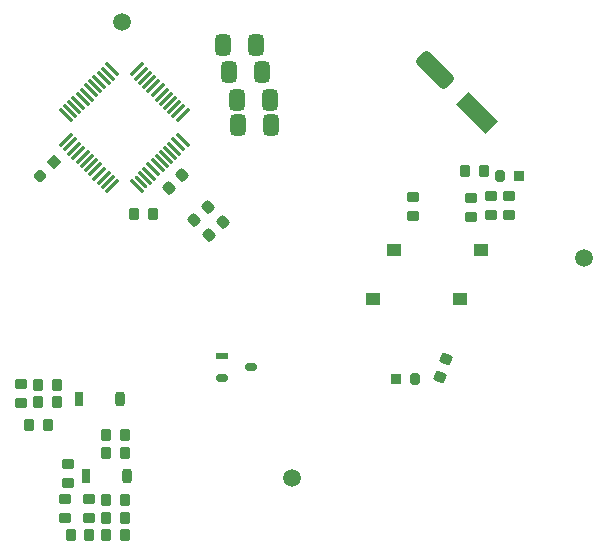
<source format=gtp>
G04*
G04 #@! TF.GenerationSoftware,Altium Limited,Altium Designer,23.4.1 (23)*
G04*
G04 Layer_Color=8421504*
%FSLAX44Y44*%
%MOMM*%
G71*
G04*
G04 #@! TF.SameCoordinates,94C9EC07-DBB0-4CC7-B746-D598ABB35CDF*
G04*
G04*
G04 #@! TF.FilePolarity,Positive*
G04*
G01*
G75*
G04:AMPARAMS|DCode=10|XSize=0.95mm|YSize=0.85mm|CornerRadius=0mm|HoleSize=0mm|Usage=FLASHONLY|Rotation=315.000|XOffset=0mm|YOffset=0mm|HoleType=Round|Shape=Rectangle|*
%AMROTATEDRECTD10*
4,1,4,-0.6364,0.0354,-0.0354,0.6364,0.6364,-0.0354,0.0354,-0.6364,-0.6364,0.0354,0.0*
%
%ADD10ROTATEDRECTD10*%

G04:AMPARAMS|DCode=11|XSize=0.95mm|YSize=0.85mm|CornerRadius=0.2125mm|HoleSize=0mm|Usage=FLASHONLY|Rotation=315.000|XOffset=0mm|YOffset=0mm|HoleType=Round|Shape=RoundedRectangle|*
%AMROUNDEDRECTD11*
21,1,0.9500,0.4250,0,0,315.0*
21,1,0.5250,0.8500,0,0,315.0*
1,1,0.4250,0.0354,-0.3359*
1,1,0.4250,-0.3359,0.0354*
1,1,0.4250,-0.0354,0.3359*
1,1,0.4250,0.3359,-0.0354*
%
%ADD11ROUNDEDRECTD11*%
G04:AMPARAMS|DCode=12|XSize=1mm|YSize=0.9mm|CornerRadius=0.225mm|HoleSize=0mm|Usage=FLASHONLY|Rotation=160.000|XOffset=0mm|YOffset=0mm|HoleType=Round|Shape=RoundedRectangle|*
%AMROUNDEDRECTD12*
21,1,1.0000,0.4500,0,0,160.0*
21,1,0.5500,0.9000,0,0,160.0*
1,1,0.4500,-0.1815,0.3055*
1,1,0.4500,0.3354,0.1174*
1,1,0.4500,0.1815,-0.3055*
1,1,0.4500,-0.3354,-0.1174*
%
%ADD12ROUNDEDRECTD12*%
%ADD13R,0.8500X0.9500*%
G04:AMPARAMS|DCode=14|XSize=0.95mm|YSize=0.85mm|CornerRadius=0.2125mm|HoleSize=0mm|Usage=FLASHONLY|Rotation=90.000|XOffset=0mm|YOffset=0mm|HoleType=Round|Shape=RoundedRectangle|*
%AMROUNDEDRECTD14*
21,1,0.9500,0.4250,0,0,90.0*
21,1,0.5250,0.8500,0,0,90.0*
1,1,0.4250,0.2125,0.2625*
1,1,0.4250,0.2125,-0.2625*
1,1,0.4250,-0.2125,-0.2625*
1,1,0.4250,-0.2125,0.2625*
%
%ADD14ROUNDEDRECTD14*%
%ADD15R,1.2000X1.0000*%
%ADD16R,0.8000X1.2000*%
G04:AMPARAMS|DCode=17|XSize=1.2mm|YSize=0.8mm|CornerRadius=0.2mm|HoleSize=0mm|Usage=FLASHONLY|Rotation=90.000|XOffset=0mm|YOffset=0mm|HoleType=Round|Shape=RoundedRectangle|*
%AMROUNDEDRECTD17*
21,1,1.2000,0.4000,0,0,90.0*
21,1,0.8000,0.8000,0,0,90.0*
1,1,0.4000,0.2000,0.4000*
1,1,0.4000,0.2000,-0.4000*
1,1,0.4000,-0.2000,-0.4000*
1,1,0.4000,-0.2000,0.4000*
%
%ADD17ROUNDEDRECTD17*%
G04:AMPARAMS|DCode=18|XSize=1.475mm|YSize=0.3mm|CornerRadius=0.075mm|HoleSize=0mm|Usage=FLASHONLY|Rotation=225.000|XOffset=0mm|YOffset=0mm|HoleType=Round|Shape=RoundedRectangle|*
%AMROUNDEDRECTD18*
21,1,1.4750,0.1500,0,0,225.0*
21,1,1.3250,0.3000,0,0,225.0*
1,1,0.1500,-0.5215,-0.4154*
1,1,0.1500,0.4154,0.5215*
1,1,0.1500,0.5215,0.4154*
1,1,0.1500,-0.4154,-0.5215*
%
%ADD18ROUNDEDRECTD18*%
G04:AMPARAMS|DCode=19|XSize=1.475mm|YSize=0.3mm|CornerRadius=0.075mm|HoleSize=0mm|Usage=FLASHONLY|Rotation=135.000|XOffset=0mm|YOffset=0mm|HoleType=Round|Shape=RoundedRectangle|*
%AMROUNDEDRECTD19*
21,1,1.4750,0.1500,0,0,135.0*
21,1,1.3250,0.3000,0,0,135.0*
1,1,0.1500,-0.4154,0.5215*
1,1,0.1500,0.5215,-0.4154*
1,1,0.1500,0.4154,-0.5215*
1,1,0.1500,-0.5215,0.4154*
%
%ADD19ROUNDEDRECTD19*%
G04:AMPARAMS|DCode=20|XSize=1.475mm|YSize=0.3mm|CornerRadius=0mm|HoleSize=0mm|Usage=FLASHONLY|Rotation=135.000|XOffset=0mm|YOffset=0mm|HoleType=Round|Shape=Round|*
%AMOVALD20*
21,1,1.1750,0.3000,0.0000,0.0000,135.0*
1,1,0.3000,0.4154,-0.4154*
1,1,0.3000,-0.4154,0.4154*
%
%ADD20OVALD20*%

G04:AMPARAMS|DCode=21|XSize=1.475mm|YSize=0.3mm|CornerRadius=0mm|HoleSize=0mm|Usage=FLASHONLY|Rotation=135.000|XOffset=0mm|YOffset=0mm|HoleType=Round|Shape=Rectangle|*
%AMROTATEDRECTD21*
4,1,4,0.6276,-0.4154,0.4154,-0.6276,-0.6276,0.4154,-0.4154,0.6276,0.6276,-0.4154,0.0*
%
%ADD21ROTATEDRECTD21*%

G04:AMPARAMS|DCode=23|XSize=1.8mm|YSize=1.3mm|CornerRadius=0.325mm|HoleSize=0mm|Usage=FLASHONLY|Rotation=270.000|XOffset=0mm|YOffset=0mm|HoleType=Round|Shape=RoundedRectangle|*
%AMROUNDEDRECTD23*
21,1,1.8000,0.6500,0,0,270.0*
21,1,1.1500,1.3000,0,0,270.0*
1,1,0.6500,-0.3250,-0.5750*
1,1,0.6500,-0.3250,0.5750*
1,1,0.6500,0.3250,0.5750*
1,1,0.6500,0.3250,-0.5750*
%
%ADD23ROUNDEDRECTD23*%
G04:AMPARAMS|DCode=24|XSize=1mm|YSize=0.9mm|CornerRadius=0.225mm|HoleSize=0mm|Usage=FLASHONLY|Rotation=270.000|XOffset=0mm|YOffset=0mm|HoleType=Round|Shape=RoundedRectangle|*
%AMROUNDEDRECTD24*
21,1,1.0000,0.4500,0,0,270.0*
21,1,0.5500,0.9000,0,0,270.0*
1,1,0.4500,-0.2250,-0.2750*
1,1,0.4500,-0.2250,0.2750*
1,1,0.4500,0.2250,0.2750*
1,1,0.4500,0.2250,-0.2750*
%
%ADD24ROUNDEDRECTD24*%
G04:AMPARAMS|DCode=25|XSize=1.5mm|YSize=3.5mm|CornerRadius=0mm|HoleSize=0mm|Usage=FLASHONLY|Rotation=225.000|XOffset=0mm|YOffset=0mm|HoleType=Round|Shape=Rectangle|*
%AMROTATEDRECTD25*
4,1,4,-0.7071,1.7678,1.7678,-0.7071,0.7071,-1.7678,-1.7678,0.7071,-0.7071,1.7678,0.0*
%
%ADD25ROTATEDRECTD25*%

G04:AMPARAMS|DCode=26|XSize=1.5mm|YSize=3.5mm|CornerRadius=0.375mm|HoleSize=0mm|Usage=FLASHONLY|Rotation=225.000|XOffset=0mm|YOffset=0mm|HoleType=Round|Shape=RoundedRectangle|*
%AMROUNDEDRECTD26*
21,1,1.5000,2.7500,0,0,225.0*
21,1,0.7500,3.5000,0,0,225.0*
1,1,0.7500,-1.2374,0.7071*
1,1,0.7500,-0.7071,1.2374*
1,1,0.7500,1.2374,-0.7071*
1,1,0.7500,0.7071,-1.2374*
%
%ADD26ROUNDEDRECTD26*%
G04:AMPARAMS|DCode=27|XSize=1mm|YSize=0.9mm|CornerRadius=0.225mm|HoleSize=0mm|Usage=FLASHONLY|Rotation=135.000|XOffset=0mm|YOffset=0mm|HoleType=Round|Shape=RoundedRectangle|*
%AMROUNDEDRECTD27*
21,1,1.0000,0.4500,0,0,135.0*
21,1,0.5500,0.9000,0,0,135.0*
1,1,0.4500,-0.0354,0.3536*
1,1,0.4500,0.3536,-0.0354*
1,1,0.4500,0.0354,-0.3536*
1,1,0.4500,-0.3536,0.0354*
%
%ADD27ROUNDEDRECTD27*%
%ADD28C,1.5000*%
G04:AMPARAMS|DCode=29|XSize=1mm|YSize=0.9mm|CornerRadius=0.225mm|HoleSize=0mm|Usage=FLASHONLY|Rotation=180.000|XOffset=0mm|YOffset=0mm|HoleType=Round|Shape=RoundedRectangle|*
%AMROUNDEDRECTD29*
21,1,1.0000,0.4500,0,0,180.0*
21,1,0.5500,0.9000,0,0,180.0*
1,1,0.4500,-0.2750,0.2250*
1,1,0.4500,0.2750,0.2250*
1,1,0.4500,0.2750,-0.2250*
1,1,0.4500,-0.2750,-0.2250*
%
%ADD29ROUNDEDRECTD29*%
G04:AMPARAMS|DCode=30|XSize=0.6mm|YSize=1mm|CornerRadius=0.15mm|HoleSize=0mm|Usage=FLASHONLY|Rotation=90.000|XOffset=0mm|YOffset=0mm|HoleType=Round|Shape=RoundedRectangle|*
%AMROUNDEDRECTD30*
21,1,0.6000,0.7000,0,0,90.0*
21,1,0.3000,1.0000,0,0,90.0*
1,1,0.3000,0.3500,0.1500*
1,1,0.3000,0.3500,-0.1500*
1,1,0.3000,-0.3500,-0.1500*
1,1,0.3000,-0.3500,0.1500*
%
%ADD30ROUNDEDRECTD30*%
%ADD31R,1.0000X0.6000*%
D10*
X141648Y325112D02*
D03*
D11*
X129980Y313444D02*
D03*
D12*
X468279Y142967D02*
D03*
X473751Y158002D02*
D03*
D13*
X430840Y141478D02*
D03*
X535273Y313552D02*
D03*
D14*
X447340Y141478D02*
D03*
X518773Y313552D02*
D03*
D15*
X503063Y251068D02*
D03*
X429063D02*
D03*
X485621Y209412D02*
D03*
X411621D02*
D03*
D16*
X168493Y59142D02*
D03*
X162263Y124142D02*
D03*
D17*
X203493Y59142D02*
D03*
X197263Y124142D02*
D03*
D18*
X190471Y304730D02*
D03*
X186935Y308265D02*
D03*
X183400Y311801D02*
D03*
X179864Y315336D02*
D03*
X176329Y318872D02*
D03*
X172793Y322407D02*
D03*
X165722Y329478D02*
D03*
X162187Y333014D02*
D03*
X158651Y336549D02*
D03*
X155116Y340085D02*
D03*
X151580Y343620D02*
D03*
X211514Y403555D02*
D03*
X215050Y400019D02*
D03*
X218585Y396484D02*
D03*
X222121Y392948D02*
D03*
X225657Y389413D02*
D03*
X229192Y385877D02*
D03*
X232728Y382342D02*
D03*
X236263Y378806D02*
D03*
X239799Y375271D02*
D03*
X243334Y371735D02*
D03*
X246870Y368200D02*
D03*
X250405Y364664D02*
D03*
X169258Y325943D02*
D03*
D19*
X151580Y364664D02*
D03*
X155116Y368200D02*
D03*
X158651Y371735D02*
D03*
X162187Y375271D02*
D03*
X165722Y378806D02*
D03*
X169258Y382342D02*
D03*
X172793Y385877D02*
D03*
X176329Y389413D02*
D03*
X179864Y392948D02*
D03*
X183400Y396484D02*
D03*
X186935Y400019D02*
D03*
X190471Y403555D02*
D03*
X250405Y343620D02*
D03*
X246870Y340085D02*
D03*
X243334Y336549D02*
D03*
X239799Y333014D02*
D03*
X236263Y329478D02*
D03*
X232728Y325943D02*
D03*
X229192Y322407D02*
D03*
X225657Y318872D02*
D03*
X222121Y315336D02*
D03*
X218585Y311801D02*
D03*
D20*
X215050Y308265D02*
D03*
D21*
X211514Y304730D02*
D03*
D23*
X312493Y424142D02*
D03*
X284493D02*
D03*
X324993Y356642D02*
D03*
X296993D02*
D03*
X324566Y377952D02*
D03*
X296566D02*
D03*
X317493Y401642D02*
D03*
X289493D02*
D03*
D24*
X224889Y281548D02*
D03*
X208889D02*
D03*
X489305Y317870D02*
D03*
X505305D02*
D03*
X143993Y136642D02*
D03*
X127993D02*
D03*
X143993Y121642D02*
D03*
X127993D02*
D03*
X185493Y39142D02*
D03*
X201493D02*
D03*
X201493Y94142D02*
D03*
X185493Y94142D02*
D03*
X201493Y79142D02*
D03*
X185493D02*
D03*
X120493Y102832D02*
D03*
X136493Y102832D02*
D03*
X155493Y9142D02*
D03*
X171493D02*
D03*
X201493D02*
D03*
X185493Y9142D02*
D03*
Y24142D02*
D03*
X201493D02*
D03*
D25*
X500024Y367111D02*
D03*
D26*
X463961Y403173D02*
D03*
D27*
X260336Y275986D02*
D03*
X271649Y287299D02*
D03*
X284149Y274799D02*
D03*
X272836Y263486D02*
D03*
X238664Y302815D02*
D03*
X249977Y314129D02*
D03*
D28*
X199173Y443502D02*
D03*
X342831Y57698D02*
D03*
X590537Y243924D02*
D03*
D29*
X494257Y294374D02*
D03*
Y278374D02*
D03*
X511529Y296406D02*
D03*
Y280406D02*
D03*
X445235Y279644D02*
D03*
Y295644D02*
D03*
X153493Y53642D02*
D03*
Y69642D02*
D03*
X150993Y39642D02*
D03*
Y23642D02*
D03*
X113493Y137142D02*
D03*
X113493Y121142D02*
D03*
X170993Y39642D02*
D03*
Y23642D02*
D03*
X526500Y280500D02*
D03*
Y296500D02*
D03*
D30*
X307993Y151642D02*
D03*
X283993Y142142D02*
D03*
D31*
Y161142D02*
D03*
M02*

</source>
